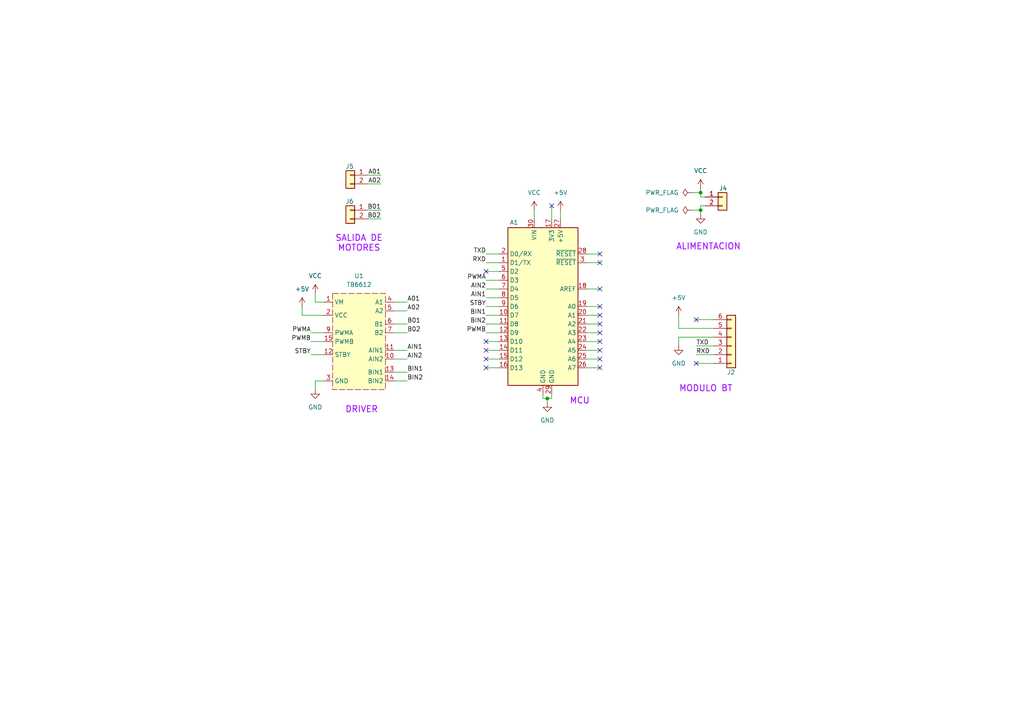
<source format=kicad_sch>
(kicad_sch (version 20250114) (generator "eeschema") (generator_version "9.0")
  (paper "A4")
  (lib_symbols
    (symbol "Connector_Generic:Conn_01x02" (pin_names (offset 1.016) (hide yes))
      (property "Reference" "J" (at 0 2.54 0))
      (property "Value" "Conn_01x02" (at 0 -5.08 0))
      (symbol "Conn_01x02_1_1"
        (rectangle (start -1.27 1.27) (end 1.27 -3.81) (stroke (width 0.254)) (fill (type background)))
        (rectangle (start -1.27 0.127) (end 0 -0.127) (stroke (width 0.1524)))
        (rectangle (start -1.27 -2.413) (end 0 -2.667) (stroke (width 0.1524)))
        (pin passive line (at -5.08 0 0) (length 3.81) (name "Pin_1") (number "1"))
        (pin passive line (at -5.08 -2.54 0) (length 3.81) (name "Pin_2") (number "2"))
      )
    )
    (symbol "Connector_Generic:Conn_01x06" (pin_names (offset 1.016) (hide yes))
      (property "Reference" "J" (at 0 7.62 0))
      (property "Value" "Conn_01x06" (at 0 -10.16 0))
      (symbol "Conn_01x06_1_1"
        (rectangle (start -1.27 6.35) (end 1.27 -8.89) (stroke (width 0.254)) (fill (type background)))
        (rectangle (start -1.27 5.207) (end 0 4.953) (stroke (width 0.1524)))
        (rectangle (start -1.27 2.667) (end 0 2.413) (stroke (width 0.1524)))
        (rectangle (start -1.27 0.127) (end 0 -0.127) (stroke (width 0.1524)))
        (rectangle (start -1.27 -2.413) (end 0 -2.667) (stroke (width 0.1524)))
        (rectangle (start -1.27 -4.953) (end 0 -5.207) (stroke (width 0.1524)))
        (rectangle (start -1.27 -7.493) (end 0 -7.747) (stroke (width 0.1524)))
        (pin passive line (at -5.08 5.08 0) (length 3.81) (name "Pin_1") (number "1"))
        (pin passive line (at -5.08 2.54 0) (length 3.81) (name "Pin_2") (number "2"))
        (pin passive line (at -5.08 0 0) (length 3.81) (name "Pin_3") (number "3"))
        (pin passive line (at -5.08 -2.54 0) (length 3.81) (name "Pin_4") (number "4"))
        (pin passive line (at -5.08 -5.08 0) (length 3.81) (name "Pin_5") (number "5"))
        (pin passive line (at -5.08 -7.62 0) (length 3.81) (name "Pin_6") (number "6"))
      )
    )
    (symbol "MCU_Module:Arduino_Nano_v3.x"
      (property "Reference" "A" (at -10.16 23.495 0))
      (property "Value" "Arduino_Nano_v3.x" (at 5.08 -24.13 0))
      (symbol "Arduino_Nano_v3.x_0_1"
        (rectangle (start -10.16 22.86) (end 10.16 -22.86) (stroke (width 0.254)) (fill (type background)))
      )
      (symbol "Arduino_Nano_v3.x_1_1"
        (pin bidirectional line (at -12.7 15.24 0) (length 2.54) (name "D0/RX") (number "2"))
        (pin bidirectional line (at -12.7 12.7 0) (length 2.54) (name "D1/TX") (number "1"))
        (pin bidirectional line (at -12.7 10.16 0) (length 2.54) (name "D2") (number "5"))
        (pin bidirectional line (at -12.7 7.62 0) (length 2.54) (name "D3") (number "6"))
        (pin bidirectional line (at -12.7 5.08 0) (length 2.54) (name "D4") (number "7"))
        (pin bidirectional line (at -12.7 2.54 0) (length 2.54) (name "D5") (number "8"))
        (pin bidirectional line (at -12.7 0 0) (length 2.54) (name "D6") (number "9"))
        (pin bidirectional line (at -12.7 -2.54 0) (length 2.54) (name "D7") (number "10"))
        (pin bidirectional line (at -12.7 -5.08 0) (length 2.54) (name "D8") (number "11"))
        (pin bidirectional line (at -12.7 -7.62 0) (length 2.54) (name "D9") (number "12"))
        (pin bidirectional line (at -12.7 -10.16 0) (length 2.54) (name "D10") (number "13"))
        (pin bidirectional line (at -12.7 -12.7 0) (length 2.54) (name "D11") (number "14"))
        (pin bidirectional line (at -12.7 -15.24 0) (length 2.54) (name "D12") (number "15"))
        (pin bidirectional line (at -12.7 -17.78 0) (length 2.54) (name "D13") (number "16"))
        (pin power_in line (at -2.54 25.4 270) (length 2.54) (name "VIN") (number "30"))
        (pin power_in line (at 0 -25.4 90) (length 2.54) (name "GND") (number "4"))
        (pin power_out line (at 2.54 25.4 270) (length 2.54) (name "3V3") (number "17"))
        (pin power_in line (at 2.54 -25.4 90) (length 2.54) (name "GND") (number "29"))
        (pin power_out line (at 5.08 25.4 270) (length 2.54) (name "+5V") (number "27"))
        (pin input line (at 12.7 15.24 180) (length 2.54) (name "~{RESET}") (number "28"))
        (pin input line (at 12.7 12.7 180) (length 2.54) (name "~{RESET}") (number "3"))
        (pin input line (at 12.7 5.08 180) (length 2.54) (name "AREF") (number "18"))
        (pin bidirectional line (at 12.7 0 180) (length 2.54) (name "A0") (number "19"))
        (pin bidirectional line (at 12.7 -2.54 180) (length 2.54) (name "A1") (number "20"))
        (pin bidirectional line (at 12.7 -5.08 180) (length 2.54) (name "A2") (number "21"))
        (pin bidirectional line (at 12.7 -7.62 180) (length 2.54) (name "A3") (number "22"))
        (pin bidirectional line (at 12.7 -10.16 180) (length 2.54) (name "A4") (number "23"))
        (pin bidirectional line (at 12.7 -12.7 180) (length 2.54) (name "A5") (number "24"))
        (pin bidirectional line (at 12.7 -15.24 180) (length 2.54) (name "A6") (number "25"))
        (pin bidirectional line (at 12.7 -17.78 180) (length 2.54) (name "A7") (number "26"))
      )
    )
    (symbol "Soccer-symbols:TB6612"
      (property "Reference" "U" (at 6.858 -15.494 0))
      (property "Value" "TB6612" (at -3.81 -15.494 0))
      (symbol "TB6612_1_1"
        (rectangle (start -7.62 13.97) (end 7.62 -13.97) (stroke (width 0) (type dash)) (fill (type background)))
        (pin input line (at -10.16 11.43 0) (length 2.54) (name "VM") (number "1"))
        (pin input line (at -10.16 7.62 0) (length 2.54) (name "VCC") (number "2"))
        (pin input line (at -10.16 2.54 0) (length 2.54) (name "PWMA") (number "9"))
        (pin input line (at -10.16 0 0) (length 2.54) (name "PWMB") (number "15"))
        (pin input line (at -10.16 -3.81 0) (length 2.54) (name "STBY") (number "12"))
        (pin input line (at -10.16 -11.43 0) (length 2.54) (name "GND") (number "3"))
        (pin output line (at 10.16 11.43 180) (length 2.54) (name "A1") (number "4"))
        (pin output line (at 10.16 8.89 180) (length 2.54) (name "A2") (number "5"))
        (pin output line (at 10.16 5.08 180) (length 2.54) (name "B1") (number "6"))
        (pin output line (at 10.16 2.54 180) (length 2.54) (name "B2") (number "7"))
        (pin input line (at 10.16 -2.54 180) (length 2.54) (name "AIN1") (number "11"))
        (pin input line (at 10.16 -5.08 180) (length 2.54) (name "AIN2") (number "10"))
        (pin input line (at 10.16 -8.89 180) (length 2.54) (name "BIN1") (number "13"))
        (pin input line (at 10.16 -11.43 180) (length 2.54) (name "BIN2") (number "14"))
      )
    )
    (symbol "power:+5V" (power) (pin_numbers (hide yes)) (pin_names (offset 0) (hide yes))
      (property "Value" "+5V" (at 0 3.556 0))
      (symbol "+5V_0_1"
        (polyline (pts (xy -0.762 1.27) (xy 0 2.54)))
        (polyline (pts (xy 0 2.54) (xy 0.762 1.27)))
        (polyline (pts (xy 0 0) (xy 0 2.54)))
      )
      (symbol "+5V_1_1"
        (pin power_in line (at 0 0 90) (length 0) (name "~") (number "1"))
      )
    )
    (symbol "power:GND" (power) (pin_numbers (hide yes)) (pin_names (offset 0) (hide yes))
      (property "Value" "GND" (at 0 -3.81 0))
      (symbol "GND_0_1"
        (polyline (pts (xy 0 0) (xy 0 -1.27) (xy 1.27 -1.27) (xy 0 -2.54) (xy -1.27 -1.27) (xy 0 -1.27)))
      )
      (symbol "GND_1_1"
        (pin power_in line (at 0 0 270) (length 0) (name "~") (number "1"))
      )
    )
    (symbol "power:PWR_FLAG" (power) (pin_numbers (hide yes)) (pin_names (offset 0) (hide yes))
      (property "Value" "PWR_FLAG" (at 0 3.81 0))
      (symbol "PWR_FLAG_0_0"
        (pin power_out line (at 0 0 90) (length 0) (name "~") (number "1"))
      )
      (symbol "PWR_FLAG_0_1"
        (polyline (pts (xy 0 0) (xy 0 1.27) (xy -1.016 1.905) (xy 0 2.54) (xy 1.016 1.905) (xy 0 1.27)))
      )
    )
    (symbol "power:VCC" (power) (pin_numbers (hide yes)) (pin_names (offset 0) (hide yes))
      (property "Value" "VCC" (at 0 3.556 0))
      (symbol "VCC_0_1"
        (polyline (pts (xy -0.762 1.27) (xy 0 2.54)))
        (polyline (pts (xy 0 2.54) (xy 0.762 1.27)))
        (polyline (pts (xy 0 0) (xy 0 2.54)))
      )
      (symbol "VCC_1_1"
        (pin power_in line (at 0 0 90) (length 0) (name "~") (number "1"))
      )
    )
  )
  (text "DRIVER" (at 104.902 118.872 0) (effects (font (size 1.778 1.778) (thickness 0.254) (bold yes))))
  (text "ALIMENTACION" (at 205.486 71.628 0) (effects (font (size 1.778 1.778) (thickness 0.254) (bold yes))))
  (text "MCU" (at 168.148 116.332 0) (effects (font (size 1.778 1.778) (thickness 0.254) (bold yes))))
  (text "MODULO BT" (at 204.724 112.776 0) (effects (font (size 1.778 1.778) (thickness 0.254) (bold yes))))
  (text "SALIDA DE\nMOTORES\n" (at 104.14 70.612 0) (effects (font (size 1.778 1.778) (thickness 0.254) (bold yes))))
  (junction (at 203.2 55.88))
  (junction (at 203.2 60.96))
  (junction (at 158.75 115.57))
  (no_connect (at 140.97 106.68))
  (no_connect (at 173.99 76.2))
  (no_connect (at 173.99 88.9))
  (no_connect (at 140.97 101.6))
  (no_connect (at 201.93 105.41))
  (no_connect (at 140.97 104.14))
  (no_connect (at 173.99 73.66))
  (no_connect (at 160.02 59.69))
  (no_connect (at 173.99 106.68))
  (no_connect (at 173.99 93.98))
  (no_connect (at 173.99 96.52))
  (no_connect (at 173.99 83.82))
  (no_connect (at 201.93 92.71))
  (no_connect (at 140.97 78.74))
  (no_connect (at 173.99 104.14))
  (no_connect (at 173.99 91.44))
  (no_connect (at 173.99 101.6))
  (no_connect (at 173.99 99.06))
  (no_connect (at 140.97 99.06))
  (wire (pts (xy 118.11 87.63) (xy 114.3 87.63)))
  (wire (pts (xy 203.2 59.69) (xy 203.2 60.96)))
  (wire (pts (xy 91.44 87.63) (xy 91.44 85.09)))
  (wire (pts (xy 204.47 59.69) (xy 203.2 59.69)))
  (wire (pts (xy 144.78 106.68) (xy 140.97 106.68)))
  (wire (pts (xy 110.49 60.96) (xy 106.68 60.96)))
  (wire (pts (xy 114.3 107.95) (xy 118.11 107.95)))
  (wire (pts (xy 140.97 88.9) (xy 144.78 88.9)))
  (wire (pts (xy 207.01 92.71) (xy 201.93 92.71)))
  (wire (pts (xy 91.44 110.49) (xy 91.44 113.03)))
  (wire (pts (xy 140.97 96.52) (xy 144.78 96.52)))
  (wire (pts (xy 144.78 91.44) (xy 140.97 91.44)))
  (wire (pts (xy 204.47 57.15) (xy 203.2 57.15)))
  (wire (pts (xy 170.18 96.52) (xy 173.99 96.52)))
  (wire (pts (xy 144.78 78.74) (xy 140.97 78.74)))
  (wire (pts (xy 114.3 101.6) (xy 118.11 101.6)))
  (wire (pts (xy 118.11 90.17) (xy 114.3 90.17)))
  (wire (pts (xy 144.78 101.6) (xy 140.97 101.6)))
  (wire (pts (xy 170.18 93.98) (xy 173.99 93.98)))
  (wire (pts (xy 140.97 81.28) (xy 144.78 81.28)))
  (wire (pts (xy 93.98 91.44) (xy 87.63 91.44)))
  (wire (pts (xy 87.63 91.44) (xy 87.63 88.9)))
  (wire (pts (xy 196.85 91.44) (xy 196.85 95.25)))
  (wire (pts (xy 170.18 88.9) (xy 173.99 88.9)))
  (wire (pts (xy 144.78 86.36) (xy 140.97 86.36)))
  (wire (pts (xy 203.2 57.15) (xy 203.2 55.88)))
  (wire (pts (xy 93.98 110.49) (xy 91.44 110.49)))
  (wire (pts (xy 118.11 96.52) (xy 114.3 96.52)))
  (wire (pts (xy 207.01 102.87) (xy 201.93 102.87)))
  (wire (pts (xy 158.75 115.57) (xy 157.48 115.57)))
  (wire (pts (xy 207.01 105.41) (xy 201.93 105.41)))
  (wire (pts (xy 170.18 106.68) (xy 173.99 106.68)))
  (wire (pts (xy 144.78 104.14) (xy 140.97 104.14)))
  (wire (pts (xy 140.97 76.2) (xy 144.78 76.2)))
  (wire (pts (xy 160.02 59.69) (xy 160.02 63.5)))
  (wire (pts (xy 170.18 73.66) (xy 173.99 73.66)))
  (wire (pts (xy 207.01 100.33) (xy 201.93 100.33)))
  (wire (pts (xy 157.48 114.3) (xy 157.48 115.57)))
  (wire (pts (xy 144.78 99.06) (xy 140.97 99.06)))
  (wire (pts (xy 196.85 97.79) (xy 196.85 100.33)))
  (wire (pts (xy 207.01 95.25) (xy 196.85 95.25)))
  (wire (pts (xy 140.97 73.66) (xy 144.78 73.66)))
  (wire (pts (xy 170.18 101.6) (xy 173.99 101.6)))
  (wire (pts (xy 170.18 91.44) (xy 173.99 91.44)))
  (wire (pts (xy 110.49 53.34) (xy 106.68 53.34)))
  (wire (pts (xy 200.66 60.96) (xy 203.2 60.96)))
  (wire (pts (xy 93.98 87.63) (xy 91.44 87.63)))
  (wire (pts (xy 114.3 110.49) (xy 118.11 110.49)))
  (wire (pts (xy 160.02 115.57) (xy 158.75 115.57)))
  (wire (pts (xy 162.56 60.96) (xy 162.56 63.5)))
  (wire (pts (xy 200.66 55.88) (xy 203.2 55.88)))
  (wire (pts (xy 114.3 104.14) (xy 118.11 104.14)))
  (wire (pts (xy 170.18 76.2) (xy 173.99 76.2)))
  (wire (pts (xy 90.17 99.06) (xy 93.98 99.06)))
  (wire (pts (xy 90.17 102.87) (xy 93.98 102.87)))
  (wire (pts (xy 144.78 93.98) (xy 140.97 93.98)))
  (wire (pts (xy 110.49 63.5) (xy 106.68 63.5)))
  (wire (pts (xy 110.49 50.8) (xy 106.68 50.8)))
  (wire (pts (xy 144.78 83.82) (xy 140.97 83.82)))
  (wire (pts (xy 170.18 104.14) (xy 173.99 104.14)))
  (wire (pts (xy 170.18 99.06) (xy 173.99 99.06)))
  (wire (pts (xy 118.11 93.98) (xy 114.3 93.98)))
  (wire (pts (xy 207.01 97.79) (xy 196.85 97.79)))
  (wire (pts (xy 203.2 60.96) (xy 203.2 62.23)))
  (wire (pts (xy 158.75 115.57) (xy 158.75 116.84)))
  (wire (pts (xy 203.2 55.88) (xy 203.2 54.61)))
  (wire (pts (xy 160.02 114.3) (xy 160.02 115.57)))
  (wire (pts (xy 90.17 96.52) (xy 93.98 96.52)))
  (wire (pts (xy 170.18 83.82) (xy 173.99 83.82)))
  (wire (pts (xy 154.94 60.96) (xy 154.94 63.5)))
  (label "STBY" (at 140.97 88.9 180))
  (label "BIN1" (at 118.11 107.95 0))
  (label "TXD" (at 201.93 100.33 0))
  (label "A01" (at 118.11 87.63 0))
  (label "RXD" (at 140.97 76.2 180))
  (label "AIN2" (at 118.11 104.14 0))
  (label "AIN1" (at 140.97 86.36 180))
  (label "STBY" (at 90.17 102.87 180))
  (label "PWMA" (at 140.97 81.28 180))
  (label "A01" (at 110.49 50.8 180))
  (label "A02" (at 110.49 53.34 180))
  (label "B02" (at 118.11 96.52 0))
  (label "B01" (at 110.49 60.96 180))
  (label "TXD" (at 140.97 73.66 180))
  (label "PWMA" (at 90.17 96.52 180))
  (label "AIN2" (at 140.97 83.82 180))
  (label "AIN1" (at 118.11 101.6 0))
  (label "PWMB" (at 90.17 99.06 180))
  (label "BIN2" (at 140.97 93.98 180))
  (label "PWMB" (at 140.97 96.52 180))
  (label "B02" (at 110.49 63.5 180))
  (label "BIN1" (at 140.97 91.44 180))
  (label "RXD" (at 201.93 102.87 0))
  (label "BIN2" (at 118.11 110.49 0))
  (label "B01" (at 118.11 93.98 0))
  (label "A02" (at 118.11 90.17 0))
  (symbol (lib_id "power:+5V") (at 162.56 60.96 0) (unit 1)
    (property "Reference" "#PWR05" (effects (hide yes)))
    (property "Value" "+5V" (at 162.56 55.88 0))
    (property "Description" "Power symbol creates a global label with name \"+5V\"" (effects (hide yes)))
  )
  (symbol (lib_id "Soccer-symbols:TB6612") (at 104.14 99.06 0) (unit 1)
    (property "Reference" "U1" (at 104.14 80.01 0))
    (property "Value" "TB6612" (at 104.14 82.55 0))
    (property "Footprint" "Footprints-soccer:TB6612_17.8x15" (effects (hide yes)))
  )
  (symbol (lib_id "power:VCC") (at 203.2 54.61 0) (unit 1)
    (property "Reference" "#PWR01" (effects (hide yes)))
    (property "Value" "VCC" (at 203.2 49.53 0))
    (property "Description" "Power symbol creates a global label with name \"VCC\"" (effects (hide yes)))
  )
  (symbol (lib_id "Connector_Generic:Conn_01x02") (at 101.6 50.8 0) (mirror y) (unit 1)
    (property "Reference" "J5" (at 102.616 48.26 0) (effects (justify left)))
    (property "Value" "Conn_01x02" (effects (hide yes)))
    (property "Footprint" "TerminalBlock_Phoenix:TerminalBlock_Phoenix_MKDS-1,5-2_1x02_P5.00mm_Horizontal" (effects (hide yes)))
    (property "Description" "Generic connector, single row, 01x02, script generated (kicad-library-utils/schlib/autogen/connector/)" (effects (hide yes)))
  )
  (symbol (lib_id "power:PWR_FLAG") (at 200.66 55.88 90) (unit 1)
    (property "Reference" "#FLG01" (effects (hide yes)))
    (property "Value" "PWR_FLAG" (at 196.85 55.8799 90) (effects (justify left)))
    (property "Description" "Special symbol for telling ERC where power comes from" (effects (hide yes)))
  )
  (symbol (lib_id "power:GND") (at 158.75 116.84 0) (unit 1)
    (property "Reference" "#PWR04" (effects (hide yes)))
    (property "Value" "GND" (at 158.75 121.92 0))
    (property "Description" "Power symbol creates a global label with name \"GND\" , ground" (effects (hide yes)))
  )
  (symbol (lib_id "power:VCC") (at 91.44 85.09 0) (unit 1)
    (property "Reference" "#PWR08" (effects (hide yes)))
    (property "Value" "VCC" (at 91.44 80.01 0))
    (property "Description" "Power symbol creates a global label with name \"VCC\"" (effects (hide yes)))
  )
  (symbol (lib_id "power:GND") (at 196.85 100.33 0) (mirror y) (unit 1)
    (property "Reference" "#PWR07" (effects (hide yes)))
    (property "Value" "GND" (at 196.85 105.41 0))
    (property "Description" "Power symbol creates a global label with name \"GND\" , ground" (effects (hide yes)))
  )
  (symbol (lib_id "Connector_Generic:Conn_01x06") (at 212.09 100.33 0) (mirror x) (unit 1)
    (property "Reference" "J2" (at 210.82 107.95 0) (effects (justify left)))
    (property "Value" "Conn_01x06" (effects (hide yes)))
    (property "Footprint" "Connector_PinSocket_2.54mm:PinSocket_1x06_P2.54mm_Vertical" (effects (hide yes)))
    (property "Description" "Generic connector, single row, 01x06, script generated (kicad-library-utils/schlib/autogen/connector/)" (effects (hide yes)))
  )
  (symbol (lib_id "power:PWR_FLAG") (at 200.66 60.96 90) (unit 1)
    (property "Reference" "#FLG02" (effects (hide yes)))
    (property "Value" "PWR_FLAG" (at 196.85 60.9599 90) (effects (justify left)))
    (property "Description" "Special symbol for telling ERC where power comes from" (effects (hide yes)))
  )
  (symbol (lib_id "power:GND") (at 91.44 113.03 0) (unit 1)
    (property "Reference" "#PWR010" (effects (hide yes)))
    (property "Value" "GND" (at 91.44 118.11 0))
    (property "Description" "Power symbol creates a global label with name \"GND\" , ground" (effects (hide yes)))
  )
  (symbol (lib_id "Connector_Generic:Conn_01x02") (at 209.55 57.15 0) (unit 1)
    (property "Reference" "J4" (at 208.534 54.61 0) (effects (justify left)))
    (property "Value" "Conn_01x02" (effects (hide yes)))
    (property "Footprint" "TerminalBlock_Phoenix:TerminalBlock_Phoenix_MKDS-1,5-2_1x02_P5.00mm_Horizontal" (effects (hide yes)))
    (property "Description" "Generic connector, single row, 01x02, script generated (kicad-library-utils/schlib/autogen/connector/)" (effects (hide yes)))
  )
  (symbol (lib_id "Connector_Generic:Conn_01x02") (at 101.6 60.96 0) (mirror y) (unit 1)
    (property "Reference" "J6" (at 102.616 58.42 0) (effects (justify left)))
    (property "Value" "Conn_01x02" (effects (hide yes)))
    (property "Footprint" "TerminalBlock_Phoenix:TerminalBlock_Phoenix_MKDS-1,5-2_1x02_P5.00mm_Horizontal" (effects (hide yes)))
    (property "Description" "Generic connector, single row, 01x02, script generated (kicad-library-utils/schlib/autogen/connector/)" (effects (hide yes)))
  )
  (symbol (lib_id "MCU_Module:Arduino_Nano_v3.x") (at 157.48 88.9 0) (unit 1)
    (property "Reference" "A1" (at 147.828 64.516 0) (effects (justify left)))
    (property "Value" "Arduino_Nano_v3.x" (effects (hide yes)))
    (property "Footprint" "Module:Arduino_Nano" (effects (hide yes)))
    (property "Datasheet" "http://www.mouser.com/pdfdocs/Gravitech_Arduino_Nano3_0.pdf" (effects (hide yes)))
    (property "Description" "Arduino Nano v3.x" (effects (hide yes)))
  )
  (symbol (lib_id "power:VCC") (at 154.94 60.96 0) (unit 1)
    (property "Reference" "#PWR03" (effects (hide yes)))
    (property "Value" "VCC" (at 154.94 55.88 0))
    (property "Description" "Power symbol creates a global label with name \"VCC\"" (effects (hide yes)))
  )
  (symbol (lib_id "power:+5V") (at 196.85 91.44 0) (mirror y) (unit 1)
    (property "Reference" "#PWR06" (effects (hide yes)))
    (property "Value" "+5V" (at 196.85 86.36 0))
    (property "Description" "Power symbol creates a global label with name \"+5V\"" (effects (hide yes)))
  )
  (symbol (lib_id "power:+5V") (at 87.63 88.9 0) (unit 1)
    (property "Reference" "#PWR09" (effects (hide yes)))
    (property "Value" "+5V" (at 87.63 83.82 0))
    (property "Description" "Power symbol creates a global label with name \"+5V\"" (effects (hide yes)))
  )
  (symbol (lib_id "power:GND") (at 203.2 62.23 0) (unit 1)
    (property "Reference" "#PWR02" (effects (hide yes)))
    (property "Value" "GND" (at 203.2 67.31 0))
    (property "Description" "Power symbol creates a global label with name \"GND\" , ground" (effects (hide yes)))
  )
)
</source>
